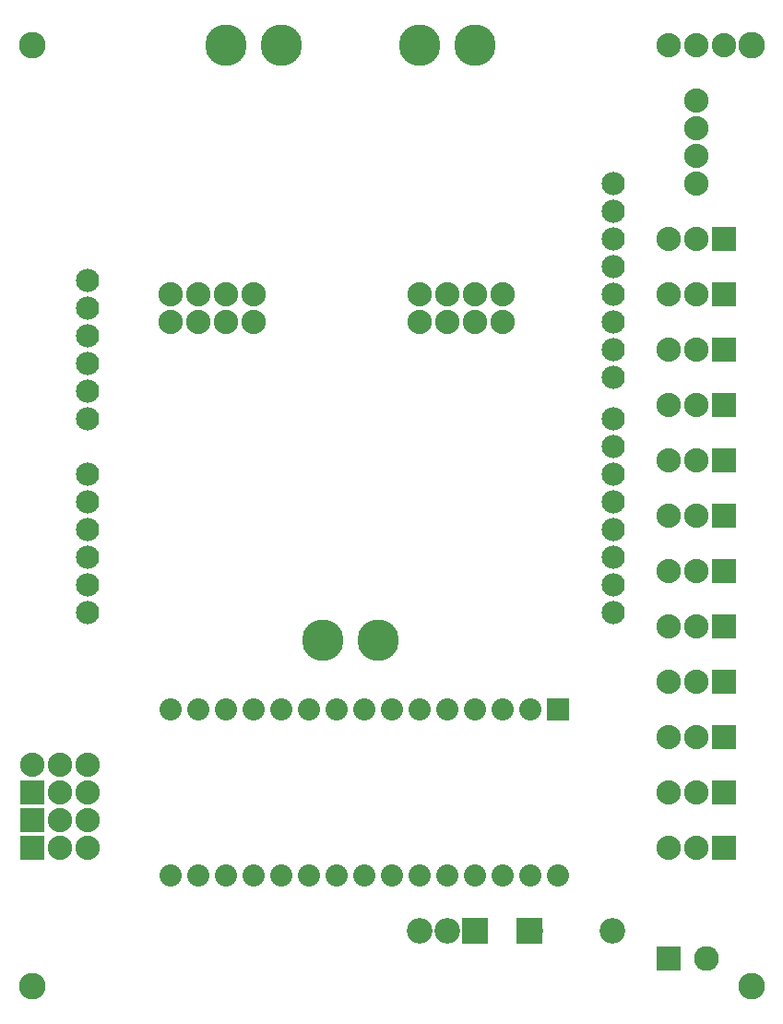
<source format=gts>
G04 MADE WITH FRITZING*
G04 WWW.FRITZING.ORG*
G04 DOUBLE SIDED*
G04 HOLES PLATED*
G04 CONTOUR ON CENTER OF CONTOUR VECTOR*
%ASAXBY*%
%FSLAX23Y23*%
%MOIN*%
%OFA0B0*%
%SFA1.0B1.0*%
%ADD10C,0.080000*%
%ADD11C,0.084000*%
%ADD12C,0.150000*%
%ADD13C,0.088000*%
%ADD14C,0.096614*%
%ADD15C,0.092000*%
%ADD16C,0.090000*%
%ADD17R,0.080000X0.079972*%
%ADD18R,0.088000X0.088000*%
%ADD19R,0.092000X0.092000*%
%ADD20R,0.090000X0.090000*%
%ADD21C,0.030000*%
%LNMASK1*%
G90*
G70*
G54D10*
X1986Y1113D03*
X1886Y1113D03*
X1786Y1113D03*
X1686Y1113D03*
X1586Y1113D03*
X1486Y1113D03*
X1386Y1113D03*
X1286Y1113D03*
X1186Y1113D03*
X1086Y1113D03*
X986Y1113D03*
X886Y1113D03*
X786Y1113D03*
X686Y1113D03*
X586Y1113D03*
X1986Y513D03*
X1886Y513D03*
X1786Y513D03*
X1686Y513D03*
X1586Y513D03*
X1486Y513D03*
X1386Y513D03*
X1286Y513D03*
X1186Y513D03*
X1086Y513D03*
X986Y513D03*
X886Y513D03*
X786Y513D03*
X686Y513D03*
X586Y513D03*
G54D11*
X2186Y2513D03*
X286Y2463D03*
X2186Y1663D03*
X2186Y1463D03*
G54D12*
X786Y3513D03*
X986Y3513D03*
X1486Y3513D03*
X1686Y3513D03*
X1136Y1363D03*
G54D11*
X286Y1663D03*
G54D12*
X1336Y1363D03*
G54D11*
X2186Y2063D03*
X286Y2363D03*
X286Y1863D03*
X286Y1463D03*
X2186Y1863D03*
X2186Y2313D03*
X2186Y2713D03*
X2186Y2913D03*
X286Y2163D03*
X286Y2563D03*
X286Y1963D03*
X286Y1763D03*
X286Y1563D03*
X2186Y3013D03*
X2186Y1763D03*
X2186Y1963D03*
X2186Y2163D03*
X2186Y2413D03*
X2186Y2613D03*
X2186Y2813D03*
X286Y2263D03*
X286Y2663D03*
X2186Y1563D03*
G54D13*
X2486Y3013D03*
X2486Y3113D03*
X2486Y3213D03*
X2486Y3313D03*
G54D14*
X86Y3513D03*
G54D13*
X2586Y2613D03*
X2486Y2613D03*
X2386Y2613D03*
X2586Y2813D03*
X2486Y2813D03*
X2386Y2813D03*
X2586Y2413D03*
X2486Y2413D03*
X2386Y2413D03*
X2586Y2213D03*
X2486Y2213D03*
X2386Y2213D03*
X2586Y2013D03*
X2486Y2013D03*
X2386Y2013D03*
X2586Y1813D03*
X2486Y1813D03*
X2386Y1813D03*
X2586Y1613D03*
X2486Y1613D03*
X2386Y1613D03*
X2586Y1413D03*
X2486Y1413D03*
X2386Y1413D03*
X2586Y1213D03*
X2486Y1213D03*
X2386Y1213D03*
X2586Y1013D03*
X2486Y1013D03*
X2386Y1013D03*
X2586Y813D03*
X2486Y813D03*
X2386Y813D03*
X2586Y613D03*
X2486Y613D03*
X2386Y613D03*
X86Y913D03*
X186Y913D03*
X286Y913D03*
X86Y813D03*
X186Y813D03*
X286Y813D03*
X86Y713D03*
X186Y713D03*
X286Y713D03*
X86Y613D03*
X186Y613D03*
X286Y613D03*
G54D15*
X1686Y313D03*
X1586Y313D03*
X1486Y313D03*
G54D16*
X2386Y213D03*
X2524Y213D03*
G54D13*
X586Y2613D03*
X686Y2613D03*
X786Y2613D03*
X886Y2613D03*
X586Y2513D03*
X686Y2513D03*
X786Y2513D03*
X886Y2513D03*
X1486Y2513D03*
X1586Y2513D03*
X1686Y2513D03*
X1786Y2513D03*
X1486Y2613D03*
X1586Y2613D03*
X1686Y2613D03*
X1786Y2613D03*
G54D14*
X2686Y3513D03*
X2686Y113D03*
X86Y113D03*
G54D13*
X2386Y3513D03*
X2486Y3513D03*
X2586Y3513D03*
G54D15*
X1886Y313D03*
X2184Y313D03*
G54D17*
X1986Y1113D03*
G54D18*
X2586Y2613D03*
X2586Y2813D03*
X2586Y2413D03*
X2586Y2213D03*
X2586Y2013D03*
X2586Y1813D03*
X2586Y1613D03*
X2586Y1413D03*
X2586Y1213D03*
X2586Y1013D03*
X2586Y813D03*
X2586Y613D03*
X86Y813D03*
X86Y713D03*
X86Y613D03*
G54D19*
X1686Y313D03*
G54D20*
X2386Y213D03*
G54D19*
X1885Y313D03*
G54D21*
G36*
X57Y942D02*
X115Y942D01*
X115Y884D01*
X57Y884D01*
X57Y942D01*
G37*
D02*
G04 End of Mask1*
M02*
</source>
